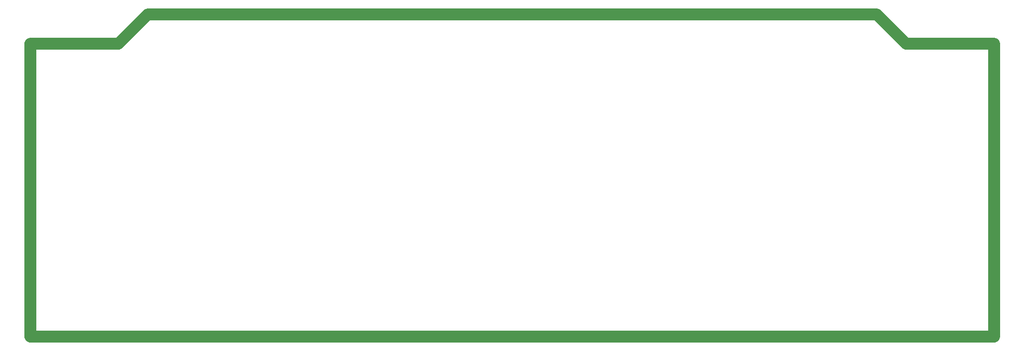
<source format=gko>
G04 Layer: BoardOutline*
G04 EasyEDA v6.4.7, 2021-03-07T11:36:16+08:00*
G04 29a609c2d2ff474892d28cb6706061f2,5c8f5cfc3ab7496db0bfa80374e2e714,10*
G04 Gerber Generator version 0.2*
G04 Scale: 100 percent, Rotated: No, Reflected: No *
G04 Dimensions in millimeters *
G04 leading zeros omitted , absolute positions ,3 integer and 3 decimal *
%FSLAX33Y33*%
%MOMM*%
G90*
D02*

%ADD10C,1.999996*%
G54D10*
G01X144000Y54999D02*
G01X144000Y54999D01*
G01X149000Y50000D01*
G01X164000Y50000D01*
G01X164000Y0D01*
G01X0Y0D01*
G01X0Y50000D01*
G01X15000Y50000D01*
G01X20000Y54999D01*
G01X144000Y54999D01*

%LPD*%
M00*
M02*

</source>
